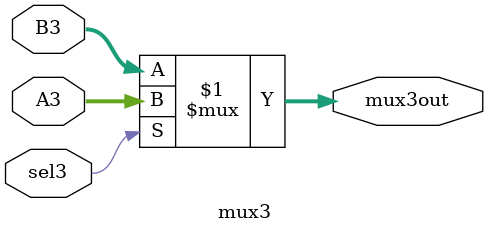
<source format=v>
module mux1(input sel1,input[31:0]A1,B1,output[31:0]mux1out);
assign mux1out = (sel1)? A1:B1;
endmodule

module mux2(input sel2,input[31:0]A2,B2,output[31:0]mux2out);
assign mux1out = (sel2)? A2:B2;
endmodule


module mux3(input sel3,input[31:0]A3,B3,output[31:0]mux3out);
assign mux3out = (sel3)? A3:B3;
endmodule
</source>
